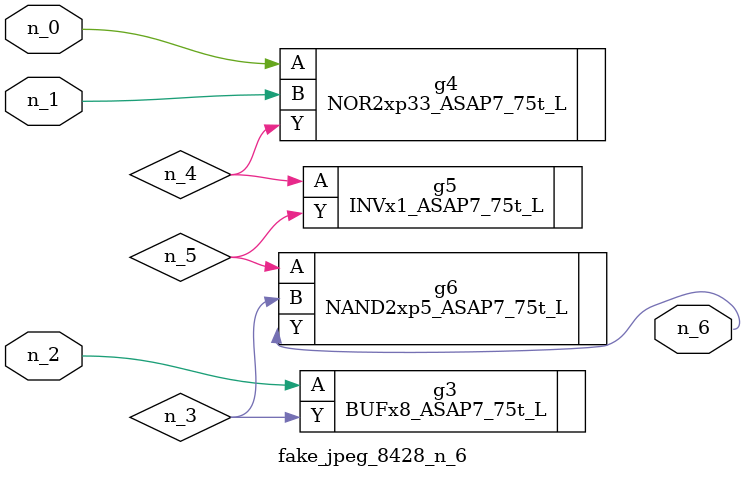
<source format=v>
module fake_jpeg_8428_n_6 (n_0, n_2, n_1, n_6);

input n_0;
input n_2;
input n_1;

output n_6;

wire n_3;
wire n_4;
wire n_5;

BUFx8_ASAP7_75t_L g3 ( 
.A(n_2),
.Y(n_3)
);

NOR2xp33_ASAP7_75t_L g4 ( 
.A(n_0),
.B(n_1),
.Y(n_4)
);

INVx1_ASAP7_75t_L g5 ( 
.A(n_4),
.Y(n_5)
);

NAND2xp5_ASAP7_75t_L g6 ( 
.A(n_5),
.B(n_3),
.Y(n_6)
);


endmodule
</source>
